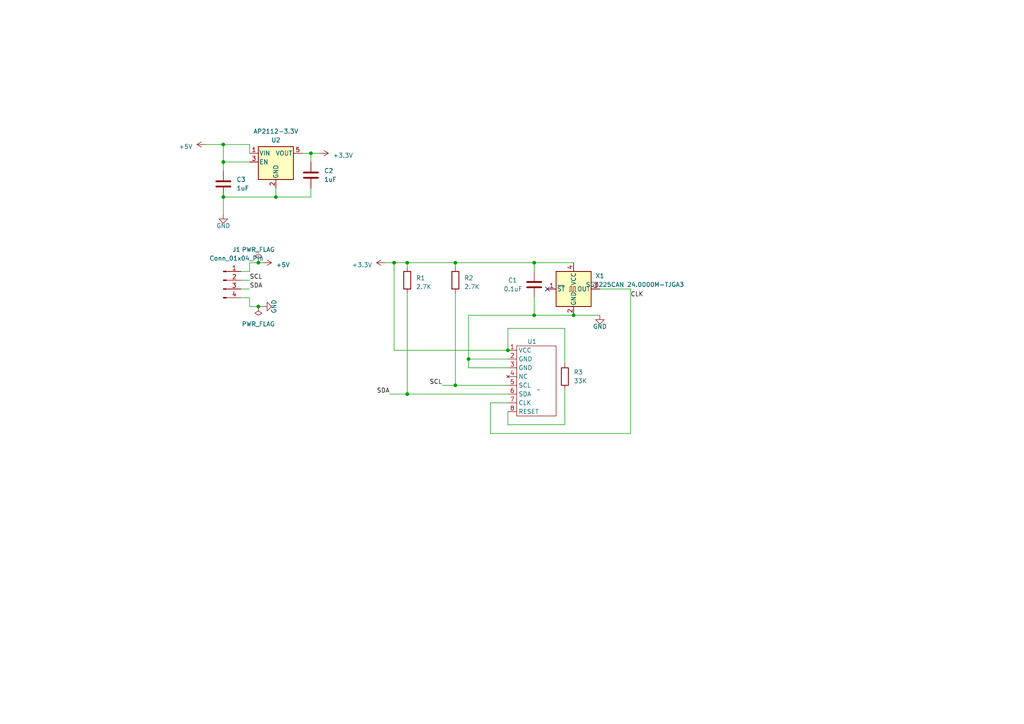
<source format=kicad_sch>
(kicad_sch (version 20231120) (generator "eeschema") (generator_version "8.0")
  (paper "A4")
  (lib_symbols
    (symbol "Connector:Conn_01x04_Pin" (pin_names (offset 1.016) hide)
      (property "Reference" "J" (at 0 5.08 0))
      (property "Value" "Conn_01x04_Pin" (at 0 -7.62 0))
      (symbol "Conn_01x04_Pin_1_1"
        (polyline (pts (xy 1.27 -5.08) (xy 0.8636 -5.08)) (stroke (width 0.1524)))
        (polyline (pts (xy 1.27 -2.54) (xy 0.8636 -2.54)) (stroke (width 0.1524)))
        (polyline (pts (xy 1.27 0) (xy 0.8636 0)) (stroke (width 0.1524)))
        (polyline (pts (xy 1.27 2.54) (xy 0.8636 2.54)) (stroke (width 0.1524)))
        (rectangle (start 0.8636 -4.953) (end 0 -5.207) (stroke (width 0.1524)) (fill (type outline)))
        (rectangle (start 0.8636 -2.413) (end 0 -2.667) (stroke (width 0.1524)) (fill (type outline)))
        (rectangle (start 0.8636 0.127) (end 0 -0.127) (stroke (width 0.1524)) (fill (type outline)))
        (rectangle (start 0.8636 2.667) (end 0 2.413) (stroke (width 0.1524)) (fill (type outline)))
        (pin passive line (at 5.08 2.54 180) (length 3.81) (name "Pin_1") (number "1"))
        (pin passive line (at 5.08 0 180) (length 3.81) (name "Pin_2") (number "2"))
        (pin passive line (at 5.08 -2.54 180) (length 3.81) (name "Pin_3") (number "3"))
        (pin passive line (at 5.08 -5.08 180) (length 3.81) (name "Pin_4") (number "4"))
      )
    )
    (symbol "Device:C" (pin_numbers hide) (pin_names (offset 0.254))
      (property "Reference" "C" (at 0.635 2.54 0))
      (property "Value" "C" (at 0.635 -2.54 0))
      (symbol "C_0_1"
        (polyline (pts (xy -2.032 -0.762) (xy 2.032 -0.762)) (stroke (width 0.508)))
        (polyline (pts (xy -2.032 0.762) (xy 2.032 0.762)) (stroke (width 0.508)))
      )
      (symbol "C_1_1"
        (pin passive line (at 0 3.81 270) (length 2.794) (name "~") (number "1"))
        (pin passive line (at 0 -3.81 90) (length 2.794) (name "~") (number "2"))
      )
    )
    (symbol "Device:R" (pin_numbers hide) (pin_names (offset 0))
      (property "Reference" "R" (at 2.032 0 90))
      (property "Value" "R" (at 0 0 90))
      (symbol "R_0_1"
        (rectangle (start -1.016 -2.54) (end 1.016 2.54) (stroke (width 0.254)))
      )
      (symbol "R_1_1"
        (pin passive line (at 0 3.81 270) (length 1.27) (name "~") (number "1"))
        (pin passive line (at 0 -3.81 90) (length 1.27) (name "~") (number "2"))
      )
    )
    (symbol "Oscillator:SG-5032CAN" (pin_names (offset 0.254))
      (property "Reference" "X" (at -5.08 6.35 0))
      (property "Value" "SG-5032CAN" (at 1.27 -6.35 0))
      (symbol "SG-5032CAN_0_1"
        (rectangle (start -5.08 5.08) (end 5.08 -5.08) (stroke (width 0.254)) (fill (type background)))
        (polyline (pts (xy -1.27 -0.762) (xy -1.016 -0.762) (xy -1.016 0.762) (xy -0.508 0.762) (xy -0.508 -0.762) (xy 0 -0.762) (xy 0 0.762) (xy 0.508 0.762) (xy 0.508 -0.762) (xy 0.762 -0.762)))
      )
      (symbol "SG-5032CAN_1_1"
        (pin input line (at -7.62 0 0) (length 2.54) (name "~{ST}") (number "1"))
        (pin power_in line (at 0 -7.62 90) (length 2.54) (name "GND") (number "2"))
        (pin output line (at 7.62 0 180) (length 2.54) (name "OUT") (number "3"))
        (pin power_in line (at 0 7.62 270) (length 2.54) (name "VCC") (number "4"))
      )
    )
    (symbol "Regulator_Linear:AP2112K-3.3" (pin_names (offset 0.254))
      (property "Reference" "U" (at -5.08 5.715 0))
      (property "Value" "AP2112K-3.3" (at 0 5.715 0))
      (symbol "AP2112K-3.3_0_1"
        (rectangle (start -5.08 4.445) (end 5.08 -5.08) (stroke (width 0.254)) (fill (type background)))
      )
      (symbol "AP2112K-3.3_1_1"
        (pin power_in line (at -7.62 2.54 0) (length 2.54) (name "VIN") (number "1"))
        (pin power_in line (at 0 -7.62 90) (length 2.54) (name "GND") (number "2"))
        (pin input line (at -7.62 0 0) (length 2.54) (name "EN") (number "3"))
        (pin no_connect line (at 5.08 0 180) (length 2.54) hide (name "NC") (number "4"))
        (pin power_out line (at 7.62 2.54 180) (length 2.54) (name "VOUT") (number "5"))
      )
    )
    (symbol "power:+3.3V" (power) (pin_names (offset 0))
      (property "Value" "+3.3V" (at 0 3.556 0))
      (symbol "+3.3V_0_1"
        (polyline (pts (xy -0.762 1.27) (xy 0 2.54)))
        (polyline (pts (xy 0 0) (xy 0 2.54)))
        (polyline (pts (xy 0 2.54) (xy 0.762 1.27)))
      )
      (symbol "+3.3V_1_1"
        (pin power_in line (at 0 0 90) (length 0) hide (name "+3.3V") (number "1"))
      )
    )
    (symbol "power:+5V" (power) (pin_names (offset 0))
      (property "Value" "+5V" (at 0 3.556 0))
      (symbol "+5V_0_1"
        (polyline (pts (xy -0.762 1.27) (xy 0 2.54)))
        (polyline (pts (xy 0 0) (xy 0 2.54)))
        (polyline (pts (xy 0 2.54) (xy 0.762 1.27)))
      )
      (symbol "+5V_1_1"
        (pin power_in line (at 0 0 90) (length 0) hide (name "+5V") (number "1"))
      )
    )
    (symbol "power:GND" (power) (pin_names (offset 0))
      (property "Value" "GND" (at 0 -3.81 0))
      (symbol "GND_0_1"
        (polyline (pts (xy 0 0) (xy 0 -1.27) (xy 1.27 -1.27) (xy 0 -2.54) (xy -1.27 -1.27) (xy 0 -1.27)))
      )
      (symbol "GND_1_1"
        (pin power_in line (at 0 0 270) (length 0) hide (name "GND") (number "1"))
      )
    )
    (symbol "power:PWR_FLAG" (power) (pin_numbers hide) (pin_names (offset 0) hide)
      (property "Value" "PWR_FLAG" (at 0 3.81 0))
      (symbol "PWR_FLAG_0_0"
        (pin power_out line (at 0 0 90) (length 0) (name "pwr") (number "1"))
      )
      (symbol "PWR_FLAG_0_1"
        (polyline (pts (xy 0 0) (xy 0 1.27) (xy -1.016 1.905) (xy 0 2.54) (xy 1.016 1.905) (xy 0 1.27)))
      )
    )
    (symbol "wiimote_ir_camera:Wiimote_IR_Camera" (pin_names (offset 0.5))
      (property "Reference" "U" (at 0 13.97 0))
      (symbol "Wiimote_IR_Camera_0_1"
        (rectangle (start -6.35 12.7) (end 5.08 -7.62))
      )
      (symbol "Wiimote_IR_Camera_1_1"
        (pin power_in line (at -8.89 11.43 0) (length 2.54) (name "VCC") (number "1"))
        (pin power_in line (at -8.89 8.89 0) (length 2.54) (name "GND") (number "2"))
        (pin power_in line (at -8.89 6.35 0) (length 2.54) (name "GND") (number "3"))
        (pin no_connect line (at -8.89 3.81 0) (length 2.54) (name "NC") (number "4"))
        (pin bidirectional line (at -8.89 1.27 0) (length 2.54) (name "SCL") (number "5"))
        (pin bidirectional line (at -8.89 -1.27 0) (length 2.54) (name "SDA") (number "6"))
        (pin bidirectional line (at -8.89 -3.81 0) (length 2.54) (name "CLK") (number "7"))
        (pin bidirectional line (at -8.89 -6.35 0) (length 2.54) (name "RESET") (number "8"))
      )
    )
  )
  (junction (at 74.93 88.9))
  (junction (at 64.77 46.99))
  (junction (at 147.32 101.6))
  (junction (at 135.89 104.14))
  (junction (at 74.93 76.2))
  (junction (at 154.94 76.2))
  (junction (at 132.08 76.2))
  (junction (at 132.08 111.76))
  (junction (at 80.01 57.15))
  (junction (at 90.17 44.45))
  (junction (at 154.94 91.44))
  (junction (at 64.77 41.91))
  (junction (at 118.11 76.2))
  (junction (at 166.37 91.44))
  (junction (at 118.11 114.3))
  (junction (at 64.77 57.15))
  (junction (at 114.3 76.2))
  (no_connect (at 158.75 83.82))
  (wire (pts (xy 72.39 78.74) (xy 72.39 76.2)))
  (wire (pts (xy 118.11 76.2) (xy 118.11 77.47)))
  (wire (pts (xy 154.94 86.36) (xy 154.94 91.44)))
  (wire (pts (xy 114.3 76.2) (xy 114.3 101.6)))
  (wire (pts (xy 64.77 46.99) (xy 64.77 49.53)))
  (wire (pts (xy 142.24 116.84) (xy 147.32 116.84)))
  (wire (pts (xy 90.17 44.45) (xy 90.17 46.99)))
  (wire (pts (xy 74.93 76.2) (xy 76.2 76.2)))
  (wire (pts (xy 135.89 91.44) (xy 154.94 91.44)))
  (wire (pts (xy 80.01 54.61) (xy 80.01 57.15)))
  (wire (pts (xy 114.3 101.6) (xy 147.32 101.6)))
  (wire (pts (xy 90.17 54.61) (xy 90.17 57.15)))
  (wire (pts (xy 69.85 78.74) (xy 72.39 78.74)))
  (wire (pts (xy 182.88 125.73) (xy 142.24 125.73)))
  (wire (pts (xy 64.77 57.15) (xy 64.77 62.23)))
  (wire (pts (xy 111.76 76.2) (xy 114.3 76.2)))
  (wire (pts (xy 72.39 86.36) (xy 72.39 88.9)))
  (wire (pts (xy 154.94 91.44) (xy 166.37 91.44)))
  (wire (pts (xy 163.83 95.25) (xy 163.83 105.41)))
  (wire (pts (xy 154.94 76.2) (xy 166.37 76.2)))
  (wire (pts (xy 74.93 88.9) (xy 76.2 88.9)))
  (wire (pts (xy 69.85 83.82) (xy 72.39 83.82)))
  (wire (pts (xy 163.83 123.19) (xy 147.32 123.19)))
  (wire (pts (xy 114.3 76.2) (xy 118.11 76.2)))
  (wire (pts (xy 132.08 111.76) (xy 147.32 111.76)))
  (wire (pts (xy 135.89 104.14) (xy 135.89 91.44)))
  (wire (pts (xy 72.39 44.45) (xy 72.39 41.91)))
  (wire (pts (xy 147.32 95.25) (xy 147.32 101.6)))
  (wire (pts (xy 182.88 83.82) (xy 182.88 125.73)))
  (wire (pts (xy 166.37 91.44) (xy 173.99 91.44)))
  (wire (pts (xy 72.39 76.2) (xy 74.93 76.2)))
  (wire (pts (xy 132.08 76.2) (xy 154.94 76.2)))
  (wire (pts (xy 128.27 111.76) (xy 132.08 111.76)))
  (wire (pts (xy 69.85 81.28) (xy 72.39 81.28)))
  (wire (pts (xy 64.77 46.99) (xy 72.39 46.99)))
  (wire (pts (xy 69.85 86.36) (xy 72.39 86.36)))
  (wire (pts (xy 132.08 76.2) (xy 132.08 77.47)))
  (wire (pts (xy 118.11 85.09) (xy 118.11 114.3)))
  (wire (pts (xy 173.99 83.82) (xy 182.88 83.82)))
  (wire (pts (xy 118.11 76.2) (xy 132.08 76.2)))
  (wire (pts (xy 80.01 57.15) (xy 64.77 57.15)))
  (wire (pts (xy 163.83 113.03) (xy 163.83 123.19)))
  (wire (pts (xy 72.39 88.9) (xy 74.93 88.9)))
  (wire (pts (xy 135.89 104.14) (xy 147.32 104.14)))
  (wire (pts (xy 59.69 41.91) (xy 64.77 41.91)))
  (wire (pts (xy 147.32 119.38) (xy 147.32 123.19)))
  (wire (pts (xy 64.77 41.91) (xy 72.39 41.91)))
  (wire (pts (xy 118.11 114.3) (xy 147.32 114.3)))
  (wire (pts (xy 90.17 57.15) (xy 80.01 57.15)))
  (wire (pts (xy 154.94 76.2) (xy 154.94 78.74)))
  (wire (pts (xy 90.17 44.45) (xy 92.71 44.45)))
  (wire (pts (xy 135.89 106.68) (xy 135.89 104.14)))
  (wire (pts (xy 64.77 41.91) (xy 64.77 46.99)))
  (wire (pts (xy 132.08 111.76) (xy 132.08 85.09)))
  (wire (pts (xy 142.24 125.73) (xy 142.24 116.84)))
  (wire (pts (xy 147.32 106.68) (xy 135.89 106.68)))
  (wire (pts (xy 87.63 44.45) (xy 90.17 44.45)))
  (wire (pts (xy 113.03 114.3) (xy 118.11 114.3)))
  (wire (pts (xy 147.32 95.25) (xy 163.83 95.25)))
  (label "SDA" (at 113.03 114.3 180))
  (label "SDA" (at 72.39 83.82 0))
  (label "SCL" (at 72.39 81.28 0))
  (label "CLK" (at 182.88 86.36 0))
  (label "SCL" (at 128.27 111.76 180))
  (symbol (lib_id "Device:C") (at 90.17 50.8 0) (unit 1)
    (property "Reference" "C2" (at 93.98 49.53 0) (effects (justify left)))
    (property "Value" "1uF" (at 93.98 52.07 0) (effects (justify left)))
    (property "Footprint" "Capacitor_SMD:C_0603_1608Metric_Pad1.08x0.95mm_HandSolder" (effects (hide yes)))
  )
  (symbol (lib_id "power:PWR_FLAG") (at 74.93 88.9 180) (unit 1)
    (property "Reference" "#FLG02" (effects (hide yes)))
    (property "Value" "PWR_FLAG" (at 74.93 93.98 0))
  )
  (symbol (lib_id "power:+5V") (at 76.2 76.2 270) (unit 1)
    (property "Reference" "#PWR03" (effects (hide yes)))
    (property "Value" "+5V" (at 80.01 76.835 90) (effects (justify left)))
  )
  (symbol (lib_id "Connector:Conn_01x04_Pin") (at 64.77 81.28 0) (unit 1)
    (property "Reference" "J1" (at 68.58 72.39 0))
    (property "Value" "Conn_01x04_Pin" (at 68.58 74.93 0))
    (property "Footprint" "Connector_PinHeader_2.54mm:PinHeader_1x04_P2.54mm_Vertical" (effects (hide yes)))
  )
  (symbol (lib_id "power:+3.3V") (at 92.71 44.45 270) (unit 1)
    (property "Reference" "#PWR01" (effects (hide yes)))
    (property "Value" "+3.3V" (at 96.52 45.085 90) (effects (justify left)))
  )
  (symbol (lib_id "Device:C") (at 64.77 53.34 0) (unit 1)
    (property "Reference" "C3" (at 68.58 52.07 0) (effects (justify left)))
    (property "Value" "1uF" (at 68.58 54.61 0) (effects (justify left)))
    (property "Footprint" "Capacitor_SMD:C_0603_1608Metric_Pad1.08x0.95mm_HandSolder" (effects (hide yes)))
  )
  (symbol (lib_id "Device:R") (at 163.83 109.22 0) (unit 1)
    (property "Reference" "R3" (at 166.37 107.9499 0) (effects (justify left)))
    (property "Value" "33K" (at 166.37 110.4899 0) (effects (justify left)))
    (property "Footprint" "Resistor_SMD:R_0603_1608Metric_Pad0.98x0.95mm_HandSolder" (effects (hide yes)))
  )
  (symbol (lib_id "power:GND") (at 64.77 62.23 0) (unit 1)
    (property "Reference" "#GND01" (effects (hide yes)))
    (property "Value" "GND" (at 64.77 64.77 0) (effects (justify top)))
  )
  (symbol (lib_id "Device:R") (at 118.11 81.28 0) (unit 1)
    (property "Reference" "R1" (at 120.65 80.645 0) (effects (justify left)))
    (property "Value" "2.7K" (at 120.65 83.185 0) (effects (justify left)))
    (property "Footprint" "Resistor_SMD:R_0603_1608Metric_Pad0.98x0.95mm_HandSolder" (effects (hide yes)))
  )
  (symbol (lib_id "power:+3.3V") (at 111.76 76.2 90) (unit 1)
    (property "Reference" "#PWR04" (effects (hide yes)))
    (property "Value" "+3.3V" (at 107.95 76.835 90) (effects (justify left)))
  )
  (symbol (lib_id "power:PWR_FLAG") (at 74.93 76.2 0) (unit 1)
    (property "Reference" "#FLG01" (effects (hide yes)))
    (property "Value" "PWR_FLAG" (at 74.93 72.39 0))
  )
  (symbol (lib_id "Device:R") (at 132.08 81.28 180) (unit 1)
    (property "Reference" "R2" (at 134.62 80.645 0) (effects (justify right)))
    (property "Value" "2.7K" (at 134.62 83.185 0) (effects (justify right)))
    (property "Footprint" "Resistor_SMD:R_0603_1608Metric_Pad0.98x0.95mm_HandSolder" (effects (hide yes)))
  )
  (symbol (lib_id "power:+5V") (at 59.69 41.91 90) (unit 1)
    (property "Reference" "#PWR02" (effects (hide yes)))
    (property "Value" "+5V" (at 55.88 42.545 90) (effects (justify left)))
  )
  (symbol (lib_id "wiimote_ir_camera:Wiimote_IR_Camera") (at 156.21 113.03 0) (unit 1)
    (property "Reference" "U1" (at 154.305 99.06 0))
    (property "Value" "~" (at 156.21 113.03 0))
    (property "Footprint" "GUN4IR:wiimote-pixart-camera-inline" (effects (hide yes)))
  )
  (symbol (lib_id "Regulator_Linear:AP2112K-3.3") (at 80.01 46.99 0) (unit 1)
    (property "Reference" "U2" (at 80.01 40.64 0))
    (property "Value" "AP2112-3.3V" (at 80.01 38.1 0))
    (property "Footprint" "Package_TO_SOT_SMD:SOT-23-5" (effects (hide yes)))
    (property "Datasheet" "https://www.diodes.com/assets/Datasheets/AP2112.pdf" (effects (hide yes)))
  )
  (symbol (lib_id "Oscillator:SG-5032CAN") (at 166.37 83.82 0) (unit 1)
    (property "Reference" "X1" (at 173.99 80.01 0))
    (property "Value" "SG3225CAN 24.0000M-TJGA3" (at 184.15 82.55 0))
    (property "Footprint" "Oscillator:Oscillator_SMD_SeikoEpson_SG8002CE-4Pin_3.2x2.5mm_HandSoldering" (effects (hide yes)))
    (property "Datasheet" "https://support.epson.biz/td/api/doc_check.php?dl=brief_SG5032CAN&lang=en" (effects (hide yes)))
  )
  (symbol (lib_id "Device:C") (at 154.94 82.55 0) (unit 1)
    (property "Reference" "C1" (at 147.32 81.28 0) (effects (justify left)))
    (property "Value" "0.1uF" (at 146.05 83.82 0) (effects (justify left)))
    (property "Footprint" "Capacitor_SMD:C_0603_1608Metric_Pad1.08x0.95mm_HandSolder" (effects (hide yes)))
  )
  (symbol (lib_id "power:GND") (at 173.99 91.44 0) (unit 1)
    (property "Reference" "#GND02" (effects (hide yes)))
    (property "Value" "GND" (at 173.99 93.98 0) (effects (justify top)))
  )
  (symbol (lib_id "power:GND") (at 76.2 88.9 90) (unit 1)
    (property "Reference" "#GND03" (effects (hide yes)))
    (property "Value" "GND" (at 78.74 88.9 0) (effects (justify top)))
  )
)
</source>
